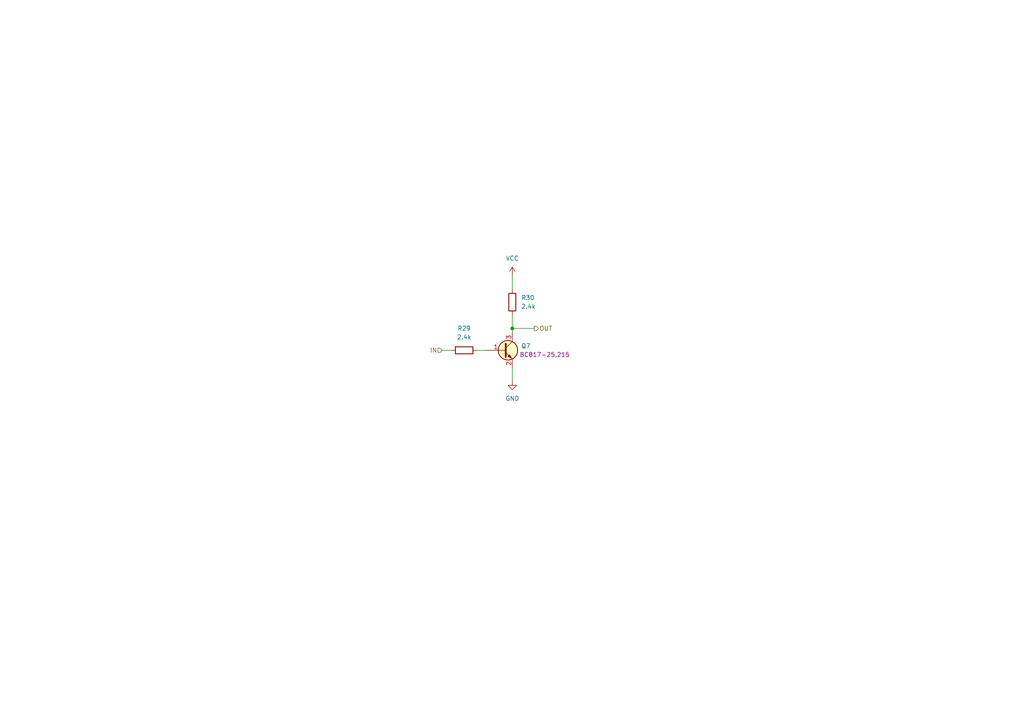
<source format=kicad_sch>
(kicad_sch (version 20250114) (generator "eeschema") (generator_version "9.0")
  (paper "A4")
  (lib_symbols
    (symbol "Resistor_AKL:R_0603" (pin_numbers (hide yes)) (pin_names (offset 0))
      (property "Reference" "R" (at 2.54 1.27 0))
      (property "Value" "R_0603" (at 2.54 -1.27 0))
      (symbol "R_0603_0_1"
        (rectangle (start -1.016 2.54) (end 1.016 -2.54) (stroke (width 0.254)))
      )
      (symbol "R_0603_0_2"
        (polyline (pts (xy -2.54 -2.54) (xy -1.524 -1.524)))
        (polyline (pts (xy 1.524 1.524) (xy 2.54 2.54)))
        (polyline (pts (xy 1.524 1.524) (xy 0.889 2.159) (xy -2.159 -0.889) (xy -0.889 -2.159) (xy 2.159 0.889) (xy 1.524 1.524)) (stroke (width 0.254)))
      )
      (symbol "R_0603_1_1"
        (pin passive line (at 0 3.81 270) (length 1.27) (name "~") (number "1"))
        (pin passive line (at 0 -3.81 90) (length 1.27) (name "~") (number "2"))
      )
      (symbol "R_0603_1_2"
        (pin passive line (at -2.54 -2.54 0) (length 0) (name "") (number "2"))
        (pin passive line (at 2.54 2.54 180) (length 0) (name "") (number "1"))
      )
    )
    (symbol "Transistor_BJT_AKL:BFN26" (pin_names (hide yes))
      (property "Reference" "Q" (at 5.08 1.27 0))
      (property "Value" "BFN26" (at 5.08 -1.27 0))
      (symbol "BFN26_0_1"
        (polyline (pts (xy 0.635 1.905) (xy 0.635 -1.905) (xy 0.635 -1.905)) (stroke (width 0.508)))
        (polyline (pts (xy 0.635 0.635) (xy 2.54 2.54)))
        (polyline (pts (xy 0.635 -0.635) (xy 2.54 -2.54) (xy 2.54 -2.54)))
        (circle (center 1.27 0) (radius 2.8194) (stroke (width 0.254)) (fill (type background)))
        (polyline (pts (xy 1.27 -1.778) (xy 1.778 -1.27) (xy 2.286 -2.286) (xy 1.27 -1.778) (xy 1.27 -1.778)) (fill (type outline)))
      )
      (symbol "BFN26_1_1"
        (pin input line (at -5.08 0 0) (length 5.715) (name "B") (number "1"))
        (pin passive line (at 2.54 5.08 270) (length 2.54) (name "C") (number "3"))
        (pin passive line (at 2.54 -5.08 90) (length 2.54) (name "E") (number "2"))
      )
    )
    (symbol "power:GND" (power) (pin_numbers (hide yes)) (pin_names (offset 0) (hide yes))
      (property "Value" "GND" (at 0 -3.81 0))
      (symbol "GND_0_1"
        (polyline (pts (xy 0 0) (xy 0 -1.27) (xy 1.27 -1.27) (xy 0 -2.54) (xy -1.27 -1.27) (xy 0 -1.27)))
      )
      (symbol "GND_1_1"
        (pin power_in line (at 0 0 270) (length 0) (name "~") (number "1"))
      )
    )
    (symbol "power:VCC" (power) (pin_numbers (hide yes)) (pin_names (offset 0) (hide yes))
      (property "Value" "VCC" (at 0 3.556 0))
      (symbol "VCC_0_1"
        (polyline (pts (xy -0.762 1.27) (xy 0 2.54)))
        (polyline (pts (xy 0 2.54) (xy 0.762 1.27)))
        (polyline (pts (xy 0 0) (xy 0 2.54)))
      )
      (symbol "VCC_1_1"
        (pin power_in line (at 0 0 90) (length 0) (name "~") (number "1"))
      )
    )
  )
  (junction (at 148.59 95.25))
  (wire (pts (xy 128.27 101.6) (xy 130.81 101.6)))
  (wire (pts (xy 148.59 95.25) (xy 154.94 95.25)))
  (wire (pts (xy 138.43 101.6) (xy 140.97 101.6)))
  (wire (pts (xy 148.59 95.25) (xy 148.59 96.52)))
  (wire (pts (xy 148.59 106.68) (xy 148.59 110.49)))
  (wire (pts (xy 148.59 91.44) (xy 148.59 95.25)))
  (wire (pts (xy 148.59 80.01) (xy 148.59 83.82)))
  (hierarchical_label "OUT" (shape output) (at 154.94 95.25 0))
  (hierarchical_label "IN" (shape input) (at 128.27 101.6 180))
  (symbol (lib_id "Resistor_AKL:R_0603") (at 148.59 87.63 180) (unit 1)
    (property "Reference" "R30" (at 151.13 86.3599 0) (effects (justify right)))
    (property "Value" "2.4k" (at 151.13 88.8999 0) (effects (justify right)))
    (property "Footprint" "Resistor_SMD_AKL:R_0603_1608Metric" (effects (hide yes)))
    (property "Description" "SMD 0603 Chip Resistor, European Symbol, Alternate KiCad Library" (effects (hide yes)))
  )
  (symbol (lib_id "Resistor_AKL:R_0603") (at 134.62 101.6 90) (unit 1)
    (property "Reference" "R29" (at 134.62 95.25 90))
    (property "Value" "2.4k" (at 134.62 97.79 90))
    (property "Footprint" "Resistor_SMD_AKL:R_0603_1608Metric" (effects (hide yes)))
    (property "Description" "SMD 0603 Chip Resistor, European Symbol, Alternate KiCad Library" (effects (hide yes)))
  )
  (symbol (lib_id "power:GND") (at 148.59 110.49 0) (unit 1)
    (property "Reference" "#PWR046" (effects (hide yes)))
    (property "Value" "GND" (at 148.59 115.57 0))
    (property "Description" "Power symbol creates a global label with name \"GND\" , ground" (effects (hide yes)))
  )
  (symbol (lib_id "power:VCC") (at 148.59 80.01 0) (unit 1)
    (property "Reference" "#PWR045" (effects (hide yes)))
    (property "Value" "VCC" (at 148.59 74.93 0))
    (property "Description" "Power symbol creates a global label with name \"VCC\"" (effects (hide yes)))
  )
  (symbol (lib_id "Transistor_BJT_AKL:BFN26") (at 146.05 101.6 0) (unit 1)
    (property "Reference" "Q7" (at 151.13 100.3299 0) (effects (justify left)))
    (property "Value" "BFN26" (effects (hide yes)))
    (property "Footprint" "Package_TO_SOT_SMD_AKL:SOT-23" (effects (hide yes)))
    (property "Datasheet" "https://www.tme.eu/Document/43310f91a0e397761035f1d1abdd24c6/BFN24.pdf" (effects (hide yes)))
    (property "Description" "NPN SOT-23 high voltage transistor, 300V, 200mA, 360mW, Alternate KiCAD Library" (effects (hide yes)))
    (property "Part number" "BC817-25,215" (at 157.988 102.87 0))
  )
)
</source>
